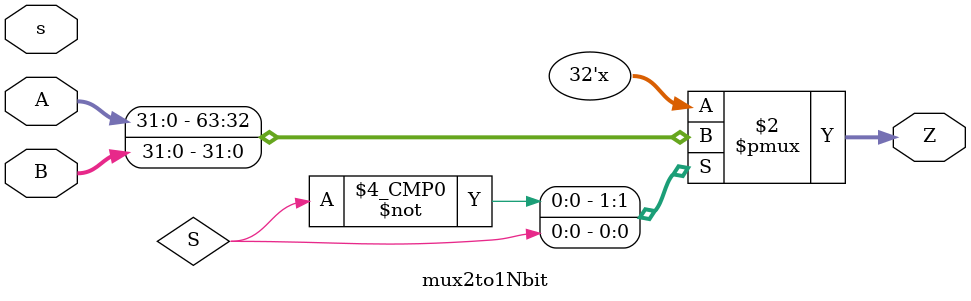
<source format=v>


// The result of translation follows.  Its copyright status should be
// considered unchanged from the original VHDL.

// no timescale needed

module mux2to1Nbit(
input wire [N - 1:0] A,
input wire [N - 1:0] B,
input wire s,
output reg [N - 1:0] Z
);

parameter [31:0] N = 32;




  always @(a, b, S) begin
    case(S)
    1'b0 : begin
      Z <= A;
    end
    1'b1 : begin
      Z <= B;
    end
    default : begin
      Z <= A;
    end
    endcase
  end


endmodule

</source>
